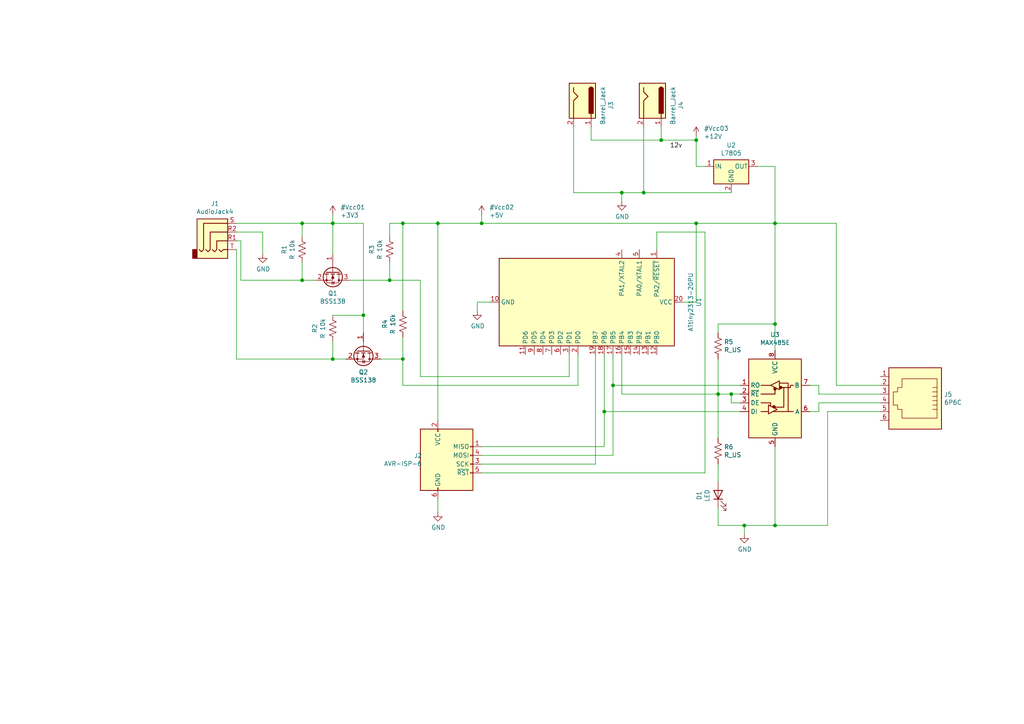
<source format=kicad_sch>
(kicad_sch (version 20230121) (generator eeschema)
  (paper "A4")
  (title_block (title "Zoom H4N to RS-485 Bridge") (company "Out-of-Band Development, LLC") (comment 4 "Matthew Whited"))
  (lib_symbols
    (symbol "Connector:6P6C" (pin_names (offset 1.016))
      (property "Reference" "J" (at -5.08 11.43 0))
      (property "Value" "6P6C" (at 2.54 11.43 0))
      (symbol "6P6C_0_1"
        (polyline (pts (xy -6.35 -1.905) (xy -5.08 -1.905) (xy -5.08 -1.905)))
        (polyline (pts (xy -6.35 -0.635) (xy -5.08 -0.635) (xy -5.08 -0.635)))
        (polyline (pts (xy -6.35 0.635) (xy -5.08 0.635) (xy -5.08 0.635)))
        (polyline (pts (xy -6.35 1.905) (xy -5.08 1.905) (xy -5.08 1.905)))
        (polyline (pts (xy -6.35 3.175) (xy -5.08 3.175) (xy -5.08 3.175)))
        (polyline (pts (xy -5.08 4.445) (xy -6.35 4.445) (xy -6.35 4.445)))
        (polyline (pts (xy -6.35 -4.445) (xy -6.35 6.985) (xy 3.81 6.985) (xy 3.81 4.445) (xy 5.08 4.445) (xy 5.08 3.175) (xy 6.35 3.175) (xy 6.35 -0.635) (xy 5.08 -0.635) (xy 5.08 -1.905) (xy 3.81 -1.905) (xy 3.81 -4.445) (xy -6.35 -4.445) (xy -6.35 -4.445)))
        (rectangle (start 7.62 10.16) (end -7.62 -7.62) (stroke (width 0.254)) (fill (type background)))
      )
      (symbol "6P6C_1_1"
        (pin passive line (at 10.16 -5.08 180) (length 2.54) (name "~") (number "1"))
        (pin passive line (at 10.16 -2.54 180) (length 2.54) (name "~") (number "2"))
        (pin passive line (at 10.16 0 180) (length 2.54) (name "~") (number "3"))
        (pin passive line (at 10.16 2.54 180) (length 2.54) (name "~") (number "4"))
        (pin passive line (at 10.16 5.08 180) (length 2.54) (name "~") (number "5"))
        (pin passive line (at 10.16 7.62 180) (length 2.54) (name "~") (number "6"))
      )
    )
    (symbol "Connector:AVR-ISP-6" (pin_names (offset 1.016))
      (property "Reference" "J" (at -6.35 11.43 0))
      (property "Value" "AVR-ISP-6" (at 0 11.43 0))
      (symbol "AVR-ISP-6_0_1"
        (rectangle (start -2.667 -6.858) (end -2.413 -7.62))
        (rectangle (start -2.667 10.16) (end -2.413 9.398))
        (rectangle (start 7.62 -2.413) (end 6.858 -2.667))
        (rectangle (start 7.62 0.127) (end 6.858 -0.127))
        (rectangle (start 7.62 2.667) (end 6.858 2.413))
        (rectangle (start 7.62 5.207) (end 6.858 4.953))
        (rectangle (start 7.62 10.16) (end -7.62 -7.62) (stroke (width 0.254)) (fill (type background)))
      )
      (symbol "AVR-ISP-6_1_1"
        (pin passive line (at 10.16 5.08 180) (length 2.54) (name "MISO") (number "1"))
        (pin passive line (at -2.54 12.7 270) (length 2.54) (name "VCC") (number "2"))
        (pin passive line (at 10.16 0 180) (length 2.54) (name "SCK") (number "3"))
        (pin passive line (at 10.16 2.54 180) (length 2.54) (name "MOSI") (number "4"))
        (pin passive line (at 10.16 -2.54 180) (length 2.54) (name "~{RST}") (number "5"))
        (pin passive line (at -2.54 -10.16 90) (length 2.54) (name "GND") (number "6"))
      )
    )
    (symbol "Connector:Barrel_Jack" (pin_names (offset 1.016))
      (property "Reference" "J" (at 0 5.334 0))
      (property "Value" "Barrel_Jack" (at 0 -5.08 0))
      (symbol "Barrel_Jack_0_1"
        (rectangle (start -5.08 3.81) (end 5.08 -3.81) (stroke (width 0.254)) (fill (type background)))
        (arc (start -3.302 3.175) (mid -3.9343 2.54) (end -3.302 1.905) (stroke (width 0.254)))
        (arc (start -3.302 3.175) (mid -3.9343 2.54) (end -3.302 1.905) (stroke (width 0.254)) (fill (type outline)))
        (polyline (pts (xy 5.08 2.54) (xy 3.81 2.54)) (stroke (width 0.254)))
        (polyline (pts (xy -3.81 -2.54) (xy -2.54 -2.54) (xy -1.27 -1.27) (xy 0 -2.54) (xy 2.54 -2.54) (xy 5.08 -2.54)) (stroke (width 0.254)))
        (rectangle (start 3.683 3.175) (end -3.302 1.905) (stroke (width 0.254)) (fill (type outline)))
      )
      (symbol "Barrel_Jack_1_1"
        (pin passive line (at 7.62 2.54 180) (length 2.54) (name "~") (number "1"))
        (pin passive line (at 7.62 -2.54 180) (length 2.54) (name "~") (number "2"))
      )
    )
    (symbol "Device:LED" (pin_numbers hide) (pin_names (offset 1.016) hide)
      (property "Reference" "D" (at 0 2.54 0))
      (property "Value" "LED" (at 0 -2.54 0))
      (symbol "LED_0_1"
        (polyline (pts (xy -1.27 -1.27) (xy -1.27 1.27)) (stroke (width 0.254)))
        (polyline (pts (xy -1.27 0) (xy 1.27 0)))
        (polyline (pts (xy 1.27 -1.27) (xy 1.27 1.27) (xy -1.27 0) (xy 1.27 -1.27)) (stroke (width 0.254)))
        (polyline (pts (xy -3.048 -0.762) (xy -4.572 -2.286) (xy -3.81 -2.286) (xy -4.572 -2.286) (xy -4.572 -1.524)))
        (polyline (pts (xy -1.778 -0.762) (xy -3.302 -2.286) (xy -2.54 -2.286) (xy -3.302 -2.286) (xy -3.302 -1.524)))
      )
      (symbol "LED_1_1"
        (pin passive line (at -3.81 0 0) (length 2.54) (name "K") (number "1"))
        (pin passive line (at 3.81 0 180) (length 2.54) (name "A") (number "2"))
      )
    )
    (symbol "Device:R_US" (pin_numbers hide) (pin_names (offset 0))
      (property "Reference" "R" (at 2.54 0 90))
      (property "Value" "R_US" (at -2.54 0 90))
      (symbol "R_US_0_1"
        (polyline (pts (xy 0 -2.286) (xy 0 -2.54)))
        (polyline (pts (xy 0 2.286) (xy 0 2.54)))
        (polyline (pts (xy 0 -0.762) (xy 1.016 -1.143) (xy 0 -1.524) (xy -1.016 -1.905) (xy 0 -2.286)))
        (polyline (pts (xy 0 0.762) (xy 1.016 0.381) (xy 0 0) (xy -1.016 -0.381) (xy 0 -0.762)))
        (polyline (pts (xy 0 2.286) (xy 1.016 1.905) (xy 0 1.524) (xy -1.016 1.143) (xy 0 0.762)))
      )
      (symbol "R_US_1_1"
        (pin passive line (at 0 3.81 270) (length 1.27) (name "~") (number "1"))
        (pin passive line (at 0 -3.81 90) (length 1.27) (name "~") (number "2"))
      )
    )
    (symbol "Interface_UART:MAX485E"
      (property "Reference" "U" (at -6.096 11.43 0))
      (property "Value" "MAX485E" (at 0.762 11.43 0))
      (symbol "MAX485E_0_1"
        (rectangle (start -7.62 10.16) (end 7.62 -12.7) (stroke (width 0.254)) (fill (type background)))
        (circle (center -0.3048 -3.683) (radius 0.3556) (stroke (width 0.254)) (fill (type outline)))
        (circle (center -0.0254 1.4986) (radius 0.3556) (stroke (width 0.254)) (fill (type outline)))
        (polyline (pts (xy -4.064 -5.08) (xy -1.905 -5.08)) (stroke (width 0.254)))
        (polyline (pts (xy -4.064 2.54) (xy -1.27 2.54)) (stroke (width 0.254)))
        (polyline (pts (xy -1.27 -3.2004) (xy -1.27 -3.4544)) (stroke (width 0.254)))
        (polyline (pts (xy -0.635 -5.08) (xy 5.334 -5.08)) (stroke (width 0.254)))
        (polyline (pts (xy -4.064 -2.54) (xy -1.27 -2.54) (xy -1.27 -3.175)) (stroke (width 0.254)))
        (polyline (pts (xy 0 1.27) (xy 0 0) (xy -4.064 0)) (stroke (width 0.254)))
        (polyline (pts (xy 1.27 3.175) (xy 3.81 3.175) (xy 3.81 -5.08)) (stroke (width 0.254)))
        (polyline (pts (xy 2.54 1.905) (xy 2.54 -3.81) (xy 0 -3.81)) (stroke (width 0.254)))
        (polyline (pts (xy -1.905 -3.175) (xy -1.905 -5.715) (xy 0.635 -4.445) (xy -1.905 -3.175)) (stroke (width 0.254)))
        (polyline (pts (xy -1.27 2.54) (xy 1.27 3.81) (xy 1.27 1.27) (xy -1.27 2.54)) (stroke (width 0.254)))
        (polyline (pts (xy 1.905 1.905) (xy 4.445 1.905) (xy 4.445 2.54) (xy 5.334 2.54)) (stroke (width 0.254)))
        (rectangle (start 1.27 3.175) (end 1.27 3.175))
        (circle (center 1.651 1.905) (radius 0.3556) (stroke (width 0.254)) (fill (type outline)))
      )
      (symbol "MAX485E_1_1"
        (pin output line (at -10.16 2.54 0) (length 2.54) (name "RO") (number "1"))
        (pin input line (at -10.16 0 0) (length 2.54) (name "~{RE}") (number "2"))
        (pin input line (at -10.16 -2.54 0) (length 2.54) (name "DE") (number "3"))
        (pin input line (at -10.16 -5.08 0) (length 2.54) (name "DI") (number "4"))
        (pin power_in line (at 0 -15.24 90) (length 2.54) (name "GND") (number "5"))
        (pin bidirectional line (at 10.16 -5.08 180) (length 2.54) (name "A") (number "6"))
        (pin bidirectional line (at 10.16 2.54 180) (length 2.54) (name "B") (number "7"))
        (pin power_in line (at 0 12.7 270) (length 2.54) (name "VCC") (number "8"))
      )
    )
    (symbol "Regulator_Linear:L7805" (pin_names (offset 0.254))
      (property "Reference" "U" (at -3.81 3.175 0))
      (property "Value" "L7805" (at 0 3.175 0))
      (symbol "L7805_0_1"
        (rectangle (start -5.08 1.905) (end 5.08 -5.08) (stroke (width 0.254)) (fill (type background)))
      )
      (symbol "L7805_1_1"
        (pin power_in line (at -7.62 0 0) (length 2.54) (name "IN") (number "1"))
        (pin power_in line (at 0 -7.62 90) (length 2.54) (name "GND") (number "2"))
        (pin power_out line (at 7.62 0 180) (length 2.54) (name "OUT") (number "3"))
      )
    )
    (symbol "Transistor_FET:BSS138" (pin_names hide)
      (property "Reference" "Q" (at 5.08 1.905 0))
      (property "Value" "BSS138" (at 5.08 0 0))
      (symbol "BSS138_0_1"
        (polyline (pts (xy 0.254 0) (xy -2.54 0)))
        (polyline (pts (xy 0.254 1.905) (xy 0.254 -1.905)) (stroke (width 0.254)))
        (polyline (pts (xy 0.762 -1.27) (xy 0.762 -2.286)) (stroke (width 0.254)))
        (polyline (pts (xy 0.762 0.508) (xy 0.762 -0.508)) (stroke (width 0.254)))
        (polyline (pts (xy 0.762 2.286) (xy 0.762 1.27)) (stroke (width 0.254)))
        (polyline (pts (xy 2.54 2.54) (xy 2.54 1.778)))
        (polyline (pts (xy 2.54 -2.54) (xy 2.54 0) (xy 0.762 0)))
        (polyline (pts (xy 0.762 -1.778) (xy 3.302 -1.778) (xy 3.302 1.778) (xy 0.762 1.778)))
        (polyline (pts (xy 1.016 0) (xy 2.032 0.381) (xy 2.032 -0.381) (xy 1.016 0)) (fill (type outline)))
        (polyline (pts (xy 2.794 0.508) (xy 2.921 0.381) (xy 3.683 0.381) (xy 3.81 0.254)))
        (polyline (pts (xy 3.302 0.381) (xy 2.921 -0.254) (xy 3.683 -0.254) (xy 3.302 0.381)))
        (circle (center 1.651 0) (radius 2.794) (stroke (width 0.254)))
        (circle (center 2.54 -1.778) (radius 0.254) (fill (type outline)))
        (circle (center 2.54 1.778) (radius 0.254) (fill (type outline)))
      )
      (symbol "BSS138_1_1"
        (pin input line (at -5.08 0 0) (length 2.54) (name "G") (number "1"))
        (pin passive line (at 2.54 -5.08 90) (length 2.54) (name "S") (number "2"))
        (pin passive line (at 2.54 5.08 270) (length 2.54) (name "D") (number "3"))
      )
    )
    (symbol "h4n2rs485-rescue:ATtiny2313-20PU-MCU_Microchip_ATtiny"
      (property "Reference" "U" (at -12.7 26.67 0))
      (property "Value" "MCU_Microchip_ATtiny_ATtiny2313-20PU" (at 2.54 -26.67 0))
      (symbol "ATtiny2313-20PU-MCU_Microchip_ATtiny_0_1"
        (rectangle (start -12.7 -25.4) (end 12.7 25.4) (stroke (width 0.254)) (fill (type background)))
      )
      (symbol "ATtiny2313-20PU-MCU_Microchip_ATtiny_1_1"
        (pin bidirectional line (at -15.24 20.32 0) (length 2.54) (name "PA2/~{RESET}") (number "1"))
        (pin power_in line (at 0 -27.94 90) (length 2.54) (name "GND") (number "10"))
        (pin bidirectional line (at 15.24 -17.78 180) (length 2.54) (name "PD6") (number "11"))
        (pin bidirectional line (at 15.24 20.32 180) (length 2.54) (name "PB0") (number "12"))
        (pin bidirectional line (at 15.24 17.78 180) (length 2.54) (name "PB1") (number "13"))
        (pin bidirectional line (at 15.24 15.24 180) (length 2.54) (name "PB2") (number "14"))
        (pin bidirectional line (at 15.24 12.7 180) (length 2.54) (name "PB3") (number "15"))
        (pin bidirectional line (at 15.24 10.16 180) (length 2.54) (name "PB4") (number "16"))
        (pin bidirectional line (at 15.24 7.62 180) (length 2.54) (name "PB5") (number "17"))
        (pin bidirectional line (at 15.24 5.08 180) (length 2.54) (name "PB6") (number "18"))
        (pin bidirectional line (at 15.24 2.54 180) (length 2.54) (name "PB7") (number "19"))
        (pin bidirectional line (at 15.24 -2.54 180) (length 2.54) (name "PD0") (number "2"))
        (pin power_in line (at 0 27.94 270) (length 2.54) (name "VCC") (number "20"))
        (pin bidirectional line (at 15.24 -5.08 180) (length 2.54) (name "PD1") (number "3"))
        (pin bidirectional line (at -15.24 10.16 0) (length 2.54) (name "PA1/XTAL2") (number "4"))
        (pin bidirectional line (at -15.24 15.24 0) (length 2.54) (name "PA0/XTAL1") (number "5"))
        (pin bidirectional line (at 15.24 -7.62 180) (length 2.54) (name "PD2") (number "6"))
        (pin bidirectional line (at 15.24 -10.16 180) (length 2.54) (name "PD3") (number "7"))
        (pin bidirectional line (at 15.24 -12.7 180) (length 2.54) (name "PD4") (number "8"))
        (pin bidirectional line (at 15.24 -15.24 180) (length 2.54) (name "PD5") (number "9"))
      )
    )
    (symbol "h4n2rs485-rescue:AudioJack4-Connector"
      (property "Reference" "J" (at 0 8.89 0))
      (property "Value" "Connector_AudioJack4" (at 0 6.35 0))
      (symbol "AudioJack4-Connector_0_1"
        (rectangle (start -6.35 -5.08) (end -7.62 -7.62) (stroke (width 0.254)) (fill (type outline)))
        (polyline (pts (xy 0 -5.08) (xy 0.635 -5.715) (xy 1.27 -5.08) (xy 2.54 -5.08)) (stroke (width 0.254)))
        (polyline (pts (xy -5.715 -5.08) (xy -5.08 -5.715) (xy -4.445 -5.08) (xy -4.445 2.54) (xy 2.54 2.54)) (stroke (width 0.254)))
        (polyline (pts (xy -1.905 -5.08) (xy -1.27 -5.715) (xy -0.635 -5.08) (xy -0.635 -2.54) (xy 2.54 -2.54)) (stroke (width 0.254)))
        (polyline (pts (xy 2.54 0) (xy -2.54 0) (xy -2.54 -5.08) (xy -3.175 -5.715) (xy -3.81 -5.08)) (stroke (width 0.254)))
        (rectangle (start 2.54 3.81) (end -6.35 -7.62) (stroke (width 0.254)) (fill (type background)))
      )
      (symbol "AudioJack4-Connector_1_1"
        (pin passive line (at 5.08 -2.54 180) (length 2.54) (name "~") (number "R1"))
        (pin passive line (at 5.08 0 180) (length 2.54) (name "~") (number "R2"))
        (pin passive line (at 5.08 2.54 180) (length 2.54) (name "~") (number "S"))
        (pin passive line (at 5.08 -5.08 180) (length 2.54) (name "~") (number "T"))
      )
    )
    (symbol "power:+12V" (power) (pin_names (offset 0))
      (property "Value" "+12V" (at 0 3.556 0))
      (symbol "+12V_0_1"
        (polyline (pts (xy -0.762 1.27) (xy 0 2.54)))
        (polyline (pts (xy 0 0) (xy 0 2.54)))
        (polyline (pts (xy 0 2.54) (xy 0.762 1.27)))
      )
      (symbol "+12V_1_1"
        (pin power_in line (at 0 0 90) (length 0) hide (name "+12V") (number "1"))
      )
    )
    (symbol "power:+3V3" (power) (pin_names (offset 0))
      (property "Value" "+3V3" (at 0 3.556 0))
      (symbol "+3V3_0_1"
        (polyline (pts (xy -0.762 1.27) (xy 0 2.54)))
        (polyline (pts (xy 0 0) (xy 0 2.54)))
        (polyline (pts (xy 0 2.54) (xy 0.762 1.27)))
      )
      (symbol "+3V3_1_1"
        (pin power_in line (at 0 0 90) (length 0) hide (name "+3V3") (number "1"))
      )
    )
    (symbol "power:+5V" (power) (pin_names (offset 0))
      (property "Value" "+5V" (at 0 3.556 0))
      (symbol "+5V_0_1"
        (polyline (pts (xy -0.762 1.27) (xy 0 2.54)))
        (polyline (pts (xy 0 0) (xy 0 2.54)))
        (polyline (pts (xy 0 2.54) (xy 0.762 1.27)))
      )
      (symbol "+5V_1_1"
        (pin power_in line (at 0 0 90) (length 0) hide (name "+5V") (number "1"))
      )
    )
    (symbol "power:GND" (power) (pin_names (offset 0))
      (property "Value" "GND" (at 0 -3.81 0))
      (symbol "GND_0_1"
        (polyline (pts (xy 0 0) (xy 0 -1.27) (xy 1.27 -1.27) (xy 0 -2.54) (xy -1.27 -1.27) (xy 0 -1.27)))
      )
      (symbol "GND_1_1"
        (pin power_in line (at 0 0 270) (length 0) hide (name "GND") (number "1"))
      )
    )
  )
  (junction (at 191.77 40.64))
  (junction (at 116.84 64.77))
  (junction (at 96.52 104.14))
  (junction (at 175.26 119.38))
  (junction (at 105.41 91.44))
  (junction (at 127 64.77))
  (junction (at 201.93 40.64))
  (junction (at 208.28 114.3))
  (junction (at 177.8 111.76))
  (junction (at 113.03 81.28))
  (junction (at 180.34 55.88))
  (junction (at 87.63 64.77))
  (junction (at 224.79 152.4))
  (junction (at 224.79 64.77))
  (junction (at 186.69 55.88))
  (junction (at 212.09 114.3))
  (junction (at 215.9 152.4))
  (junction (at 201.93 64.77))
  (junction (at 224.79 93.98))
  (junction (at 96.52 64.77))
  (junction (at 139.7 64.77))
  (junction (at 87.63 81.28))
  (junction (at 116.84 104.14))
  (wire (pts (xy 165.1 102.87) (xy 165.1 109.22)))
  (wire (pts (xy 172.72 102.87) (xy 172.72 134.62)))
  (wire (pts (xy 180.34 55.88) (xy 186.69 55.88)))
  (wire (pts (xy 139.7 132.08) (xy 177.8 132.08)))
  (wire (pts (xy 96.52 104.14) (xy 96.52 99.06)))
  (wire (pts (xy 215.9 152.4) (xy 208.28 152.4)))
  (wire (pts (xy 87.63 81.28) (xy 87.63 76.2)))
  (wire (pts (xy 171.45 36.83) (xy 171.45 40.64)))
  (wire (pts (xy 186.69 36.83) (xy 186.69 55.88)))
  (wire (pts (xy 212.09 114.3) (xy 214.63 114.3)))
  (wire (pts (xy 214.63 119.38) (xy 175.26 119.38)))
  (wire (pts (xy 204.47 137.16) (xy 204.47 67.31)))
  (wire (pts (xy 208.28 96.52) (xy 208.28 93.98)))
  (wire (pts (xy 69.85 69.85) (xy 68.58 69.85)))
  (wire (pts (xy 127 121.92) (xy 127 64.77)))
  (wire (pts (xy 167.64 102.87) (xy 167.64 111.76)))
  (wire (pts (xy 237.49 119.38) (xy 234.95 119.38)))
  (wire (pts (xy 242.57 111.76) (xy 242.57 64.77)))
  (wire (pts (xy 96.52 64.77) (xy 87.63 64.77)))
  (wire (pts (xy 219.71 48.26) (xy 224.79 48.26)))
  (wire (pts (xy 212.09 116.84) (xy 212.09 114.3)))
  (wire (pts (xy 208.28 147.32) (xy 208.28 152.4)))
  (wire (pts (xy 139.7 129.54) (xy 175.26 129.54)))
  (wire (pts (xy 166.37 36.83) (xy 166.37 55.88)))
  (wire (pts (xy 177.8 111.76) (xy 177.8 102.87)))
  (wire (pts (xy 214.63 116.84) (xy 212.09 116.84)))
  (wire (pts (xy 121.92 109.22) (xy 121.92 81.28)))
  (wire (pts (xy 208.28 93.98) (xy 224.79 93.98)))
  (wire (pts (xy 237.49 116.84) (xy 237.49 119.38)))
  (wire (pts (xy 166.37 55.88) (xy 180.34 55.88)))
  (wire (pts (xy 208.28 114.3) (xy 208.28 104.14)))
  (wire (pts (xy 105.41 96.52) (xy 105.41 91.44)))
  (wire (pts (xy 113.03 68.58) (xy 113.03 64.77)))
  (wire (pts (xy 68.58 72.39) (xy 68.58 104.14)))
  (wire (pts (xy 215.9 154.94) (xy 215.9 152.4)))
  (wire (pts (xy 96.52 73.66) (xy 96.52 64.77)))
  (wire (pts (xy 110.49 104.14) (xy 116.84 104.14)))
  (wire (pts (xy 116.84 104.14) (xy 116.84 111.76)))
  (wire (pts (xy 237.49 114.3) (xy 237.49 111.76)))
  (wire (pts (xy 127 144.78) (xy 127 148.59)))
  (wire (pts (xy 177.8 132.08) (xy 177.8 111.76)))
  (wire (pts (xy 240.03 152.4) (xy 224.79 152.4)))
  (wire (pts (xy 96.52 91.44) (xy 105.41 91.44)))
  (wire (pts (xy 186.69 55.88) (xy 212.09 55.88)))
  (wire (pts (xy 204.47 67.31) (xy 190.5 67.31)))
  (wire (pts (xy 204.47 48.26) (xy 201.93 48.26)))
  (wire (pts (xy 139.7 64.77) (xy 201.93 64.77)))
  (wire (pts (xy 96.52 64.77) (xy 96.52 62.23)))
  (wire (pts (xy 201.93 48.26) (xy 201.93 40.64)))
  (wire (pts (xy 116.84 64.77) (xy 127 64.77)))
  (wire (pts (xy 139.7 64.77) (xy 139.7 62.23)))
  (wire (pts (xy 224.79 101.6) (xy 224.79 93.98)))
  (wire (pts (xy 242.57 64.77) (xy 224.79 64.77)))
  (wire (pts (xy 224.79 129.54) (xy 224.79 152.4)))
  (wire (pts (xy 191.77 40.64) (xy 201.93 40.64)))
  (wire (pts (xy 190.5 67.31) (xy 190.5 72.39)))
  (wire (pts (xy 255.27 116.84) (xy 237.49 116.84)))
  (wire (pts (xy 255.27 119.38) (xy 240.03 119.38)))
  (wire (pts (xy 180.34 55.88) (xy 180.34 58.42)))
  (wire (pts (xy 237.49 111.76) (xy 234.95 111.76)))
  (wire (pts (xy 105.41 91.44) (xy 105.41 64.77)))
  (wire (pts (xy 180.34 114.3) (xy 180.34 102.87)))
  (wire (pts (xy 175.26 129.54) (xy 175.26 119.38)))
  (wire (pts (xy 224.79 152.4) (xy 215.9 152.4)))
  (wire (pts (xy 172.72 134.62) (xy 139.7 134.62)))
  (wire (pts (xy 255.27 111.76) (xy 242.57 111.76)))
  (wire (pts (xy 208.28 134.62) (xy 208.28 139.7)))
  (wire (pts (xy 116.84 111.76) (xy 167.64 111.76)))
  (wire (pts (xy 116.84 90.17) (xy 116.84 64.77)))
  (wire (pts (xy 68.58 64.77) (xy 87.63 64.77)))
  (wire (pts (xy 142.24 87.63) (xy 138.43 87.63)))
  (wire (pts (xy 121.92 81.28) (xy 113.03 81.28)))
  (wire (pts (xy 212.09 114.3) (xy 208.28 114.3)))
  (wire (pts (xy 69.85 81.28) (xy 69.85 69.85)))
  (wire (pts (xy 208.28 114.3) (xy 180.34 114.3)))
  (wire (pts (xy 105.41 64.77) (xy 96.52 64.77)))
  (wire (pts (xy 240.03 119.38) (xy 240.03 152.4)))
  (wire (pts (xy 208.28 127) (xy 208.28 114.3)))
  (wire (pts (xy 138.43 87.63) (xy 138.43 90.17)))
  (wire (pts (xy 91.44 81.28) (xy 87.63 81.28)))
  (wire (pts (xy 201.93 40.64) (xy 201.93 39.37)))
  (wire (pts (xy 87.63 81.28) (xy 69.85 81.28)))
  (wire (pts (xy 171.45 40.64) (xy 191.77 40.64)))
  (wire (pts (xy 214.63 111.76) (xy 177.8 111.76)))
  (wire (pts (xy 100.33 104.14) (xy 96.52 104.14)))
  (wire (pts (xy 68.58 67.31) (xy 76.2 67.31)))
  (wire (pts (xy 87.63 64.77) (xy 87.63 68.58)))
  (wire (pts (xy 76.2 67.31) (xy 76.2 73.66)))
  (wire (pts (xy 127 64.77) (xy 139.7 64.77)))
  (wire (pts (xy 68.58 104.14) (xy 96.52 104.14)))
  (wire (pts (xy 224.79 93.98) (xy 224.79 64.77)))
  (wire (pts (xy 224.79 48.26) (xy 224.79 64.77)))
  (wire (pts (xy 165.1 109.22) (xy 121.92 109.22)))
  (wire (pts (xy 175.26 119.38) (xy 175.26 102.87)))
  (wire (pts (xy 201.93 87.63) (xy 198.12 87.63)))
  (wire (pts (xy 201.93 64.77) (xy 201.93 87.63)))
  (wire (pts (xy 101.6 81.28) (xy 113.03 81.28)))
  (wire (pts (xy 255.27 114.3) (xy 237.49 114.3)))
  (wire (pts (xy 224.79 64.77) (xy 201.93 64.77)))
  (wire (pts (xy 191.77 36.83) (xy 191.77 40.64)))
  (wire (pts (xy 116.84 104.14) (xy 116.84 97.79)))
  (wire (pts (xy 113.03 81.28) (xy 113.03 76.2)))
  (wire (pts (xy 113.03 64.77) (xy 116.84 64.77)))
  (wire (pts (xy 139.7 137.16) (xy 204.47 137.16)))
  (label "12v" (at 194.31 43.18 0))
  (symbol (lib_id "Connector:AVR-ISP-6") (at 129.54 134.62 0) (unit 1)
    (property "Reference" "J2" (at 122.428 132.1816 0) (effects (justify right)))
    (property "Value" "AVR-ISP-6" (at 122.428 134.493 0) (effects (justify right)))
    (property "Footprint" "Connector_IDC:IDC-Header_2x03_P2.54mm_Vertical" (effects hide))
    (property "Datasheet" " ~" (effects hide))
  )
  (symbol (lib_id "h4n2rs485-rescue:ATtiny2313-20PU-MCU_Microchip_ATtiny") (at 170.18 87.63 270) (unit 1)
    (property "Reference" "U1" (at 202.6412 87.63 0))
    (property "Value" "ATtiny2313-20PU" (at 200.3298 87.63 0))
    (property "Footprint" "Package_DIP:DIP-20_W7.62mm" (effects hide))
    (property "Datasheet" "http://ww1.microchip.com/downloads/en/DeviceDoc/Atmel-2543-AVR-ATtiny2313_Datasheet.pdf" (effects hide))
  )
  (symbol (lib_id "Interface_UART:MAX485E") (at 224.79 114.3 0) (unit 1)
    (property "Reference" "U3" (at 224.79 97.0788 0))
    (property "Value" "MAX485E" (at 224.79 99.3902 0))
    (property "Footprint" "Package_DIP:DIP-8_W7.62mm_Socket" (effects hide))
    (property "Datasheet" "https://datasheets.maximintegrated.com/en/ds/MAX1487E-MAX491E.pdf" (effects hide))
  )
  (symbol (lib_id "Regulator_Linear:L7805") (at 212.09 48.26 0) (unit 1)
    (property "Reference" "U2" (at 212.09 42.1132 0))
    (property "Value" "L7805" (at 212.09 44.4246 0))
    (property "Footprint" "Package_TO_SOT_SMD:TO-252-2" (effects hide))
    (property "Datasheet" "http://www.st.com/content/ccc/resource/technical/document/datasheet/41/4f/b3/b0/12/d4/47/88/CD00000444.pdf/files/CD00000444.pdf/jcr:content/translations/en.CD00000444.pdf" (effects hide))
  )
  (symbol (lib_id "h4n2rs485-rescue:AudioJack4-Connector") (at 63.5 67.31 0) (unit 1)
    (property "Reference" "J1" (at 62.357 59.055 0))
    (property "Value" "AudioJack4" (at 62.357 61.3664 0))
    (property "Footprint" "Connector_Audio:Jack_3.5mm_PJ320D_Horizontal" (effects hide))
  )
  (symbol (lib_id "Connector:Barrel_Jack") (at 189.23 29.21 270) (unit 1)
    (property "Reference" "J4" (at 197.485 30.607 0))
    (property "Value" "Barrel_Jack" (at 195.1736 30.607 0))
    (property "Footprint" "Connector_BarrelJack:BarrelJack_CUI_PJ-063AH_Horizontal_CircularHoles" (effects hide))
  )
  (symbol (lib_id "Connector:Barrel_Jack") (at 168.91 29.21 270) (unit 1)
    (property "Reference" "J3" (at 177.165 30.607 0))
    (property "Value" "Barrel_Jack" (at 174.8536 30.607 0))
    (property "Footprint" "Connector_BarrelJack:BarrelJack_CUI_PJ-063AH_Horizontal_CircularHoles" (effects hide))
  )
  (symbol (lib_id "Device:LED") (at 208.28 143.51 90) (unit 1)
    (property "Reference" "D1" (at 202.7936 143.7386 0))
    (property "Value" "LED" (at 205.105 143.7386 0))
    (property "Footprint" "LED_SMD:LED_0201_0603Metric" (effects hide))
  )
  (symbol (lib_id "Device:R_US") (at 208.28 100.33 0) (unit 1)
    (property "Reference" "R5" (at 210.0072 99.1616 0) (effects (justify left)))
    (property "Value" "R_US" (at 210.0072 101.473 0) (effects (justify left)))
    (property "Footprint" "Resistor_SMD:R_0201_0603Metric" (effects hide))
  )
  (symbol (lib_id "Device:R_US") (at 208.28 130.81 0) (unit 1)
    (property "Reference" "R6" (at 210.0072 129.6416 0) (effects (justify left)))
    (property "Value" "R_US" (at 210.0072 131.953 0) (effects (justify left)))
    (property "Footprint" "Resistor_SMD:R_0201_0603Metric" (effects hide))
  )
  (symbol (lib_id "Transistor_FET:BSS138") (at 96.52 78.74 270) (unit 1)
    (property "Reference" "Q1" (at 96.52 85.09 90))
    (property "Value" "BSS138" (at 96.52 87.4014 90))
    (property "Footprint" "Package_TO_SOT_SMD:SOT-23" (effects hide))
    (property "Datasheet" "https://www.fairchildsemi.com/datasheets/BS/BSS138.pdf" (effects hide))
  )
  (symbol (lib_id "power:+3V3") (at 96.52 62.23 0) (unit 1)
    (property "Reference" "Vcc01" (at 98.7552 60.1218 0) (effects (justify left)))
    (property "Value" "+3V3" (at 98.7552 62.4332 0) (effects (justify left)))
  )
  (symbol (lib_id "power:+5V") (at 139.7 62.23 0) (unit 1)
    (property "Reference" "Vcc02" (at 141.9352 60.1218 0) (effects (justify left)))
    (property "Value" "+5V" (at 141.9352 62.4332 0) (effects (justify left)))
  )
  (symbol (lib_id "power:+12V") (at 201.93 39.37 0) (unit 1)
    (property "Reference" "Vcc03" (at 204.1652 37.2618 0) (effects (justify left)))
    (property "Value" "+12V" (at 204.1652 39.5732 0) (effects (justify left)))
  )
  (symbol (lib_id "Transistor_FET:BSS138") (at 105.41 101.6 270) (unit 1)
    (property "Reference" "Q2" (at 105.41 107.95 90))
    (property "Value" "BSS138" (at 105.41 110.2614 90))
    (property "Footprint" "Package_TO_SOT_SMD:SOT-23" (effects hide))
    (property "Datasheet" "https://www.fairchildsemi.com/datasheets/BS/BSS138.pdf" (effects hide))
  )
  (symbol (lib_id "Device:R_US") (at 113.03 72.39 0) (unit 1)
    (property "Reference" "R3" (at 107.823 72.39 90))
    (property "Value" "R 10k" (at 110.1344 72.39 90))
    (property "Footprint" "Resistor_SMD:R_0201_0603Metric" (effects hide))
  )
  (symbol (lib_id "Device:R_US") (at 116.84 93.98 0) (unit 1)
    (property "Reference" "R4" (at 111.633 93.98 90))
    (property "Value" "R 10k" (at 113.9444 93.98 90))
    (property "Footprint" "Resistor_SMD:R_0201_0603Metric" (effects hide))
  )
  (symbol (lib_id "Device:R_US") (at 96.52 95.25 0) (unit 1)
    (property "Reference" "R2" (at 91.313 95.25 90))
    (property "Value" "R 10k" (at 93.6244 95.25 90))
    (property "Footprint" "Resistor_SMD:R_0201_0603Metric" (effects hide))
  )
  (symbol (lib_id "Device:R_US") (at 87.63 72.39 0) (unit 1)
    (property "Reference" "R1" (at 82.423 72.39 90))
    (property "Value" "R 10k" (at 84.7344 72.39 90))
    (property "Footprint" "Resistor_SMD:R_0201_0603Metric" (effects hide))
  )
  (symbol (lib_id "power:GND") (at 76.2 73.66 0) (unit 1)
    (property "Reference" "#PWR01" (effects hide))
    (property "Value" "GND" (at 76.327 78.0542 0))
  )
  (symbol (lib_id "power:GND") (at 138.43 90.17 0) (unit 1)
    (property "Reference" "#PWR03" (effects hide))
    (property "Value" "GND" (at 138.557 94.5642 0))
  )
  (symbol (lib_id "power:GND") (at 127 148.59 0) (unit 1)
    (property "Reference" "#PWR02" (effects hide))
    (property "Value" "GND" (at 127.127 152.9842 0))
  )
  (symbol (lib_id "power:GND") (at 215.9 154.94 0) (unit 1)
    (property "Reference" "#PWR05" (effects hide))
    (property "Value" "GND" (at 216.027 159.3342 0))
  )
  (symbol (lib_id "power:GND") (at 180.34 58.42 0) (unit 1)
    (property "Reference" "#PWR04" (effects hide))
    (property "Value" "GND" (at 180.467 62.8142 0))
  )
  (symbol (lib_id "Connector:6P6C") (at 265.43 114.3 180) (unit 1)
    (property "Reference" "J5" (at 273.812 114.4016 0) (effects (justify right)))
    (property "Value" "6P6C" (at 273.812 116.713 0) (effects (justify right)))
    (property "Footprint" "Connector_RJ:RJ12_Amphenol_54601" (effects hide))
  )
)
</source>
